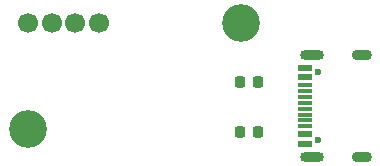
<source format=gbr>
%TF.GenerationSoftware,KiCad,Pcbnew,(5.99.0-8775-g06a515339c)*%
%TF.CreationDate,2021-02-12T20:04:27-05:00*%
%TF.ProjectId,dock,646f636b-2e6b-4696-9361-645f70636258,rev?*%
%TF.SameCoordinates,Original*%
%TF.FileFunction,Soldermask,Top*%
%TF.FilePolarity,Negative*%
%FSLAX46Y46*%
G04 Gerber Fmt 4.6, Leading zero omitted, Abs format (unit mm)*
G04 Created by KiCad (PCBNEW (5.99.0-8775-g06a515339c)) date 2021-02-12 20:04:27*
%MOMM*%
%LPD*%
G01*
G04 APERTURE LIST*
G04 Aperture macros list*
%AMRoundRect*
0 Rectangle with rounded corners*
0 $1 Rounding radius*
0 $2 $3 $4 $5 $6 $7 $8 $9 X,Y pos of 4 corners*
0 Add a 4 corners polygon primitive as box body*
4,1,4,$2,$3,$4,$5,$6,$7,$8,$9,$2,$3,0*
0 Add four circle primitives for the rounded corners*
1,1,$1+$1,$2,$3*
1,1,$1+$1,$4,$5*
1,1,$1+$1,$6,$7*
1,1,$1+$1,$8,$9*
0 Add four rect primitives between the rounded corners*
20,1,$1+$1,$2,$3,$4,$5,0*
20,1,$1+$1,$4,$5,$6,$7,0*
20,1,$1+$1,$6,$7,$8,$9,0*
20,1,$1+$1,$8,$9,$2,$3,0*%
G04 Aperture macros list end*
%ADD10C,3.200000*%
%ADD11RoundRect,0.218750X0.218750X0.256250X-0.218750X0.256250X-0.218750X-0.256250X0.218750X-0.256250X0*%
%ADD12C,1.700000*%
%ADD13R,1.160000X0.600000*%
%ADD14C,0.600000*%
%ADD15R,1.160000X0.300000*%
%ADD16O,1.700000X0.900000*%
%ADD17O,2.000000X0.900000*%
G04 APERTURE END LIST*
D10*
%TO.C,REF\u002A\u002A*%
X15000000Y2000000D03*
%TD*%
%TO.C,REF\u002A\u002A*%
X-3000000Y-7000000D03*
%TD*%
D11*
%TO.C,R2*%
X14925000Y-3000000D03*
X16500000Y-3000000D03*
%TD*%
%TO.C,R1*%
X14925000Y-7250000D03*
X16500000Y-7250000D03*
%TD*%
D12*
%TO.C,J2*%
X3000000Y2000000D03*
X1000000Y2000000D03*
X-1000000Y2000000D03*
X-3000000Y2000000D03*
%TD*%
D13*
%TO.C,J1*%
X20490000Y-1800000D03*
X20490000Y-2600000D03*
X20490000Y-1800000D03*
X20490000Y-2600000D03*
X20490000Y-8200000D03*
X20490000Y-8200000D03*
X20490000Y-7400000D03*
X20490000Y-7400000D03*
D14*
X21550000Y-7890000D03*
X21550000Y-2110000D03*
D15*
X20490000Y-3250000D03*
X20490000Y-4250000D03*
X20490000Y-3750000D03*
X20490000Y-6250000D03*
X20490000Y-6750000D03*
X20490000Y-4750000D03*
X20490000Y-5250000D03*
X20490000Y-5750000D03*
D16*
X25240000Y-680000D03*
X25240000Y-9320000D03*
D17*
X21070000Y-680000D03*
X21070000Y-9320000D03*
%TD*%
M02*

</source>
